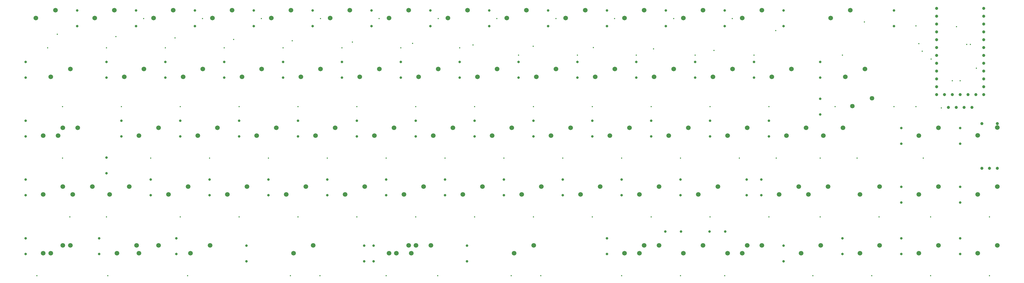
<source format=gbr>
%TF.GenerationSoftware,KiCad,Pcbnew,(6.0.1)*%
%TF.CreationDate,2022-05-17T02:52:09-04:00*%
%TF.ProjectId,GanJing 65 rev 2 solder,47616e4a-696e-4672-9036-352072657620,2*%
%TF.SameCoordinates,Original*%
%TF.FileFunction,Plated,1,2,PTH,Drill*%
%TF.FilePolarity,Positive*%
%FSLAX46Y46*%
G04 Gerber Fmt 4.6, Leading zero omitted, Abs format (unit mm)*
G04 Created by KiCad (PCBNEW (6.0.1)) date 2022-05-17 02:52:09*
%MOMM*%
%LPD*%
G01*
G04 APERTURE LIST*
%TA.AperFunction,ViaDrill*%
%ADD10C,0.400000*%
%TD*%
%TA.AperFunction,ComponentDrill*%
%ADD11C,0.800000*%
%TD*%
%TA.AperFunction,ComponentDrill*%
%ADD12C,1.000000*%
%TD*%
%TA.AperFunction,ComponentDrill*%
%ADD13C,1.470000*%
%TD*%
%TA.AperFunction,ComponentDrill*%
%ADD14C,1.500000*%
%TD*%
G04 APERTURE END LIST*
D10*
X56000000Y-185737500D03*
X59531250Y-111918750D03*
X62606250Y-107510700D03*
X64293750Y-130968750D03*
X64293750Y-147637500D03*
X66675000Y-166687500D03*
X78581250Y-111918750D03*
X78581250Y-166687500D03*
X79000000Y-185737500D03*
X81606250Y-108300000D03*
X83343750Y-130968750D03*
X90606250Y-102400000D03*
X92868750Y-147637500D03*
X97631250Y-111918750D03*
X100706250Y-108700000D03*
X102393750Y-130968750D03*
X102393750Y-166687500D03*
X104775000Y-185737500D03*
X109606250Y-102400000D03*
X111918750Y-147637500D03*
X116681250Y-111918750D03*
X119706250Y-109200000D03*
X121443750Y-130968750D03*
X121443750Y-166687500D03*
X128706250Y-102400000D03*
X130968750Y-147637500D03*
X135731250Y-111918750D03*
X138112500Y-185737500D03*
X138706250Y-109600000D03*
X140493750Y-130968750D03*
X140493750Y-166687500D03*
X147637500Y-185737500D03*
X147806250Y-102400000D03*
X150018750Y-147637500D03*
X154781250Y-111918750D03*
X158153750Y-110052500D03*
X159543750Y-130968750D03*
X159543750Y-166687500D03*
X166806250Y-102400000D03*
X169068750Y-147637500D03*
X169068750Y-185737500D03*
X173831250Y-111918750D03*
X177628750Y-110477500D03*
X178593750Y-130968750D03*
X178593750Y-166687500D03*
X185737500Y-185737500D03*
X185906250Y-102400000D03*
X188118750Y-147637500D03*
X192881250Y-111918750D03*
X197153750Y-110952500D03*
X197643750Y-130968750D03*
X197643750Y-166687500D03*
X204906250Y-102400000D03*
X207168750Y-147637500D03*
X209550000Y-185737500D03*
X211931250Y-114300000D03*
X216628750Y-111377500D03*
X216693750Y-130968750D03*
X216693750Y-166687500D03*
X219075000Y-185737500D03*
X224006250Y-102400000D03*
X226218750Y-147637500D03*
X230981250Y-114300000D03*
X235743750Y-130968750D03*
X235743750Y-166687500D03*
X236153750Y-111852500D03*
X243006250Y-102400000D03*
X245268750Y-147637500D03*
X245268750Y-185737500D03*
X250031250Y-114300000D03*
X254793750Y-130968750D03*
X254793750Y-166687500D03*
X255628750Y-112277500D03*
X262106250Y-102400000D03*
X264318750Y-147637500D03*
X264318750Y-185737500D03*
X269081250Y-114300000D03*
X273843750Y-130968750D03*
X273843750Y-166687500D03*
X275153750Y-112752500D03*
X278606250Y-185737500D03*
X281106250Y-102400000D03*
X283368750Y-147637500D03*
X288131250Y-114300000D03*
X292893750Y-130968750D03*
X292893750Y-166687500D03*
X295106250Y-106300000D03*
X295275000Y-147637500D03*
X307181250Y-185737500D03*
X309562500Y-147637500D03*
X309562500Y-166687500D03*
X314325000Y-130968750D03*
X316706250Y-114300000D03*
X321468750Y-147637500D03*
X323806250Y-103500000D03*
X326231250Y-185737500D03*
X328612500Y-166687500D03*
X333375000Y-130968750D03*
X340518750Y-104775000D03*
X340518750Y-130968750D03*
X341406250Y-110600000D03*
X342506250Y-113000000D03*
X342900000Y-147637500D03*
X345281250Y-166687500D03*
X345281250Y-185737500D03*
X345406250Y-115600000D03*
X348706250Y-131400000D03*
X352306250Y-122600000D03*
X353606250Y-105100000D03*
X354806250Y-122600000D03*
X356906250Y-110800000D03*
X358106250Y-110800000D03*
X360106250Y-118500000D03*
X364331250Y-166687500D03*
X364331250Y-185737500D03*
D11*
%TO.C,D16*%
X52387500Y-116522500D03*
X52387500Y-121602500D03*
%TO.C,D31*%
X52387500Y-135572500D03*
X52387500Y-140652500D03*
%TO.C,D46*%
X52387500Y-154622500D03*
X52387500Y-159702500D03*
%TO.C,D61*%
X52387500Y-173672500D03*
X52387500Y-178752500D03*
%TO.C,D1*%
X69056250Y-99853750D03*
X69056250Y-104933750D03*
%TO.C,D62*%
X76200000Y-173672500D03*
X76200000Y-178752500D03*
%TO.C,D17*%
X78581250Y-116522500D03*
X78581250Y-121602500D03*
%TO.C,D47*%
X78581250Y-147478750D03*
X78581250Y-152558750D03*
%TO.C,D32*%
X83343750Y-135572500D03*
X83343750Y-140652500D03*
%TO.C,D2*%
X88106250Y-99853750D03*
X88106250Y-104933750D03*
%TO.C,D48*%
X92868750Y-154622500D03*
X92868750Y-159702500D03*
%TO.C,D18*%
X97631250Y-116522500D03*
X97631250Y-121602500D03*
%TO.C,D63*%
X101200000Y-173672500D03*
X101200000Y-178752500D03*
%TO.C,D33*%
X102393750Y-135572500D03*
X102393750Y-140652500D03*
%TO.C,D3*%
X107156250Y-99853750D03*
X107156250Y-104933750D03*
%TO.C,D49*%
X111918750Y-154622500D03*
X111918750Y-159702500D03*
%TO.C,D19*%
X116681250Y-116522500D03*
X116681250Y-121602500D03*
%TO.C,D34*%
X121443750Y-135572500D03*
X121443750Y-140652500D03*
%TO.C,D64*%
X123825000Y-176053750D03*
X123825000Y-181133750D03*
%TO.C,D4*%
X126206250Y-99853750D03*
X126206250Y-104933750D03*
%TO.C,D50*%
X130968750Y-154622500D03*
X130968750Y-159702500D03*
%TO.C,D20*%
X135731250Y-116522500D03*
X135731250Y-121602500D03*
%TO.C,D35*%
X140493750Y-135572500D03*
X140493750Y-140652500D03*
%TO.C,D5*%
X145256250Y-99853750D03*
X145256250Y-104933750D03*
%TO.C,D51*%
X150018750Y-154622500D03*
X150018750Y-159702500D03*
%TO.C,D21*%
X154781250Y-116522500D03*
X154781250Y-121602500D03*
%TO.C,D36*%
X159543750Y-135572500D03*
X159543750Y-140652500D03*
%TO.C,D65*%
X161925000Y-176053750D03*
X161925000Y-181133750D03*
%TO.C,D6*%
X164306250Y-99853750D03*
X164306250Y-104933750D03*
%TO.C,D66*%
X165000000Y-176053750D03*
X165000000Y-181133750D03*
%TO.C,D52*%
X169068750Y-154622500D03*
X169068750Y-159702500D03*
%TO.C,D22*%
X173831250Y-116522500D03*
X173831250Y-121602500D03*
%TO.C,D37*%
X178593750Y-135572500D03*
X178593750Y-140652500D03*
%TO.C,D7*%
X183356250Y-99853750D03*
X183356250Y-104933750D03*
%TO.C,D53*%
X188118750Y-154622500D03*
X188118750Y-159702500D03*
%TO.C,D23*%
X192881250Y-116522500D03*
X192881250Y-121602500D03*
%TO.C,D67*%
X195262500Y-176053750D03*
X195262500Y-181133750D03*
%TO.C,D38*%
X197643750Y-135572500D03*
X197643750Y-140652500D03*
%TO.C,D8*%
X202406250Y-99853750D03*
X202406250Y-104933750D03*
%TO.C,D54*%
X207168750Y-154622500D03*
X207168750Y-159702500D03*
%TO.C,D24*%
X211931250Y-116522500D03*
X211931250Y-121602500D03*
%TO.C,D39*%
X216693750Y-135572500D03*
X216693750Y-140652500D03*
%TO.C,D9*%
X221456250Y-99853750D03*
X221456250Y-104933750D03*
%TO.C,D55*%
X226218750Y-154622500D03*
X226218750Y-159702500D03*
%TO.C,D25*%
X230981250Y-116522500D03*
X230981250Y-121602500D03*
%TO.C,D40*%
X235743750Y-135572500D03*
X235743750Y-140652500D03*
%TO.C,D10*%
X240506250Y-99853750D03*
X240506250Y-104933750D03*
%TO.C,D68*%
X240506250Y-173672500D03*
X240506250Y-178752500D03*
%TO.C,D56*%
X245268750Y-154622500D03*
X245268750Y-159702500D03*
%TO.C,D26*%
X250031250Y-116522500D03*
X250031250Y-121602500D03*
%TO.C,D41*%
X254793750Y-135572500D03*
X254793750Y-140652500D03*
%TO.C,D69*%
X259397500Y-171450000D03*
%TO.C,D11*%
X259556250Y-99853750D03*
X259556250Y-104933750D03*
%TO.C,D57*%
X264318750Y-154622500D03*
X264318750Y-159702500D03*
%TO.C,D69*%
X264477500Y-171450000D03*
%TO.C,D27*%
X269081250Y-116522500D03*
X269081250Y-121602500D03*
%TO.C,D70*%
X273685000Y-171450000D03*
%TO.C,D42*%
X273843750Y-135572500D03*
X273843750Y-140652500D03*
%TO.C,D12*%
X278606250Y-99853750D03*
X278606250Y-104933750D03*
%TO.C,D70*%
X278765000Y-171450000D03*
%TO.C,D59*%
X285750000Y-154622500D03*
X285750000Y-159702500D03*
%TO.C,D28*%
X288131250Y-116522500D03*
X288131250Y-121602500D03*
%TO.C,D58*%
X290512500Y-154622500D03*
X290512500Y-159702500D03*
%TO.C,D43*%
X292893750Y-135572500D03*
X292893750Y-140652500D03*
%TO.C,D13*%
X297656250Y-99853750D03*
X297656250Y-104933750D03*
%TO.C,D71*%
X297656250Y-176053750D03*
X297656250Y-181133750D03*
%TO.C,D29*%
X309562500Y-116522500D03*
X309562500Y-121602500D03*
%TO.C,D44*%
X309562500Y-128428750D03*
X309562500Y-133508750D03*
%TO.C,D72*%
X316706250Y-173672500D03*
X316706250Y-178752500D03*
%TO.C,D14*%
X333375000Y-99853750D03*
X333375000Y-104933750D03*
%TO.C,D30*%
X335756250Y-137953750D03*
X335756250Y-143033750D03*
%TO.C,D45*%
X335756250Y-157003750D03*
X335756250Y-162083750D03*
%TO.C,D73*%
X335756250Y-173672500D03*
X335756250Y-178752500D03*
%TO.C,D15*%
X354806250Y-137953750D03*
X354806250Y-143033750D03*
%TO.C,D60*%
X354806250Y-157003750D03*
X354806250Y-162083750D03*
%TO.C,D74*%
X354806250Y-173672500D03*
X354806250Y-178752500D03*
D12*
%TO.C,U1*%
X347186250Y-99130000D03*
X347186250Y-101670000D03*
X347186250Y-104210000D03*
X347186250Y-106750000D03*
X347186250Y-109290000D03*
X347186250Y-111830000D03*
X347186250Y-114370000D03*
X347186250Y-116910000D03*
X347186250Y-119450000D03*
X347186250Y-121990000D03*
X347186250Y-124530000D03*
X347186250Y-127070000D03*
X349726250Y-127070000D03*
%TO.C,DS1*%
X350996250Y-131250000D03*
%TO.C,U1*%
X352266250Y-127070000D03*
%TO.C,DS1*%
X353536250Y-131250000D03*
%TO.C,U1*%
X354806250Y-127070000D03*
%TO.C,DS1*%
X356076250Y-131250000D03*
%TO.C,U1*%
X357346250Y-127070000D03*
%TO.C,DS1*%
X358616250Y-131250000D03*
%TO.C,U1*%
X359886250Y-127070000D03*
%TO.C,SW1*%
X361831250Y-136475000D03*
X361831250Y-150975000D03*
%TO.C,U1*%
X362426250Y-99130000D03*
X362426250Y-101670000D03*
X362426250Y-104210000D03*
X362426250Y-106750000D03*
X362426250Y-109290000D03*
X362426250Y-111830000D03*
X362426250Y-114370000D03*
X362426250Y-116910000D03*
X362426250Y-119450000D03*
X362426250Y-121990000D03*
X362426250Y-124530000D03*
X362426250Y-127070000D03*
%TO.C,SW1*%
X364331250Y-150975000D03*
X366831250Y-136475000D03*
X366831250Y-150975000D03*
D13*
%TO.C,MX76*%
X319915000Y-130810000D03*
X326265000Y-128270000D03*
D14*
%TO.C,MX1*%
X55721250Y-102235000D03*
%TO.C,MX75*%
X58102500Y-140335000D03*
%TO.C,MX77*%
X58102500Y-159385000D03*
%TO.C,MX61*%
X58102500Y-178435000D03*
%TO.C,MX16*%
X60483750Y-121285000D03*
%TO.C,MX79*%
X60483750Y-178435000D03*
%TO.C,MX1*%
X62071250Y-99695000D03*
%TO.C,MX31*%
X62865000Y-140335000D03*
%TO.C,MX75*%
X64452500Y-137795000D03*
%TO.C,MX77*%
X64452500Y-156845000D03*
%TO.C,MX61*%
X64452500Y-175895000D03*
%TO.C,MX16*%
X66833750Y-118745000D03*
%TO.C,MX79*%
X66833750Y-175895000D03*
%TO.C,MX46*%
X67627500Y-159385000D03*
%TO.C,MX31*%
X69215000Y-137795000D03*
%TO.C,MX46*%
X73977500Y-156845000D03*
%TO.C,MX2*%
X74771250Y-102235000D03*
%TO.C,MX47*%
X79533750Y-159385000D03*
%TO.C,MX2*%
X81121250Y-99695000D03*
%TO.C,MX62*%
X81915000Y-178435000D03*
%TO.C,MX17*%
X84296250Y-121285000D03*
%TO.C,MX47*%
X85883750Y-156845000D03*
%TO.C,MX62*%
X88265000Y-175895000D03*
%TO.C,MX32*%
X89058750Y-140335000D03*
%TO.C,MX80*%
X89058750Y-178435000D03*
%TO.C,MX17*%
X90646250Y-118745000D03*
%TO.C,MX3*%
X93821250Y-102235000D03*
%TO.C,MX32*%
X95408750Y-137795000D03*
%TO.C,MX80*%
X95408750Y-175895000D03*
%TO.C,MX48*%
X98583750Y-159385000D03*
%TO.C,MX3*%
X100171250Y-99695000D03*
%TO.C,MX18*%
X103346250Y-121285000D03*
%TO.C,MX48*%
X104933750Y-156845000D03*
%TO.C,MX63*%
X105727500Y-178435000D03*
%TO.C,MX33*%
X108108750Y-140335000D03*
%TO.C,MX18*%
X109696250Y-118745000D03*
%TO.C,MX63*%
X112077500Y-175895000D03*
%TO.C,MX4*%
X112871250Y-102235000D03*
%TO.C,MX33*%
X114458750Y-137795000D03*
%TO.C,MX49*%
X117633750Y-159385000D03*
%TO.C,MX4*%
X119221250Y-99695000D03*
%TO.C,MX19*%
X122396250Y-121285000D03*
%TO.C,MX49*%
X123983750Y-156845000D03*
%TO.C,MX34*%
X127158750Y-140335000D03*
%TO.C,MX19*%
X128746250Y-118745000D03*
%TO.C,MX5*%
X131921250Y-102235000D03*
%TO.C,MX34*%
X133508750Y-137795000D03*
%TO.C,MX50*%
X136683750Y-159385000D03*
%TO.C,MX5*%
X138271250Y-99695000D03*
%TO.C,MX64*%
X139065000Y-178435000D03*
%TO.C,MX20*%
X141446250Y-121285000D03*
%TO.C,MX50*%
X143033750Y-156845000D03*
%TO.C,MX64*%
X145415000Y-175895000D03*
%TO.C,MX35*%
X146208750Y-140335000D03*
%TO.C,MX20*%
X147796250Y-118745000D03*
%TO.C,MX6*%
X150971250Y-102235000D03*
%TO.C,MX35*%
X152558750Y-137795000D03*
%TO.C,MX51*%
X155733750Y-159385000D03*
%TO.C,MX6*%
X157321250Y-99695000D03*
%TO.C,MX21*%
X160496250Y-121285000D03*
%TO.C,MX51*%
X162083750Y-156845000D03*
%TO.C,MX36*%
X165258750Y-140335000D03*
%TO.C,MX21*%
X166846250Y-118745000D03*
%TO.C,MX7*%
X170021250Y-102235000D03*
%TO.C,MX81*%
X170021250Y-178435000D03*
%TO.C,MX36*%
X171608750Y-137795000D03*
%TO.C,MX65*%
X172402500Y-178435000D03*
%TO.C,MX52*%
X174783750Y-159385000D03*
%TO.C,MX7*%
X176371250Y-99695000D03*
%TO.C,MX81*%
X176371250Y-175895000D03*
%TO.C,MX66*%
X177165000Y-178435000D03*
%TO.C,MX65*%
X178752500Y-175895000D03*
%TO.C,MX22*%
X179546250Y-121285000D03*
%TO.C,MX52*%
X181133750Y-156845000D03*
%TO.C,MX66*%
X183515000Y-175895000D03*
%TO.C,MX37*%
X184308750Y-140335000D03*
%TO.C,MX22*%
X185896250Y-118745000D03*
%TO.C,MX8*%
X189071250Y-102235000D03*
%TO.C,MX37*%
X190658750Y-137795000D03*
%TO.C,MX53*%
X193833750Y-159385000D03*
%TO.C,MX8*%
X195421250Y-99695000D03*
%TO.C,MX23*%
X198596250Y-121285000D03*
%TO.C,MX53*%
X200183750Y-156845000D03*
%TO.C,MX38*%
X203358750Y-140335000D03*
%TO.C,MX23*%
X204946250Y-118745000D03*
%TO.C,MX9*%
X208121250Y-102235000D03*
%TO.C,MX38*%
X209708750Y-137795000D03*
%TO.C,MX67*%
X210502500Y-178435000D03*
%TO.C,MX54*%
X212883750Y-159385000D03*
%TO.C,MX9*%
X214471250Y-99695000D03*
%TO.C,MX67*%
X216852500Y-175895000D03*
%TO.C,MX24*%
X217646250Y-121285000D03*
%TO.C,MX54*%
X219233750Y-156845000D03*
%TO.C,MX39*%
X222408750Y-140335000D03*
%TO.C,MX24*%
X223996250Y-118745000D03*
%TO.C,MX10*%
X227171250Y-102235000D03*
%TO.C,MX39*%
X228758750Y-137795000D03*
%TO.C,MX55*%
X231933750Y-159385000D03*
%TO.C,MX10*%
X233521250Y-99695000D03*
%TO.C,MX25*%
X236696250Y-121285000D03*
%TO.C,MX55*%
X238283750Y-156845000D03*
%TO.C,MX40*%
X241458750Y-140335000D03*
%TO.C,MX25*%
X243046250Y-118745000D03*
%TO.C,MX11*%
X246221250Y-102235000D03*
%TO.C,MX68*%
X246221250Y-178435000D03*
%TO.C,MX40*%
X247808750Y-137795000D03*
%TO.C,MX56*%
X250983750Y-159385000D03*
%TO.C,MX82*%
X250983750Y-178435000D03*
%TO.C,MX11*%
X252571250Y-99695000D03*
%TO.C,MX68*%
X252571250Y-175895000D03*
%TO.C,MX26*%
X255746250Y-121285000D03*
%TO.C,MX56*%
X257333750Y-156845000D03*
%TO.C,MX82*%
X257333750Y-175895000D03*
%TO.C,MX41*%
X260508750Y-140335000D03*
%TO.C,MX26*%
X262096250Y-118745000D03*
%TO.C,MX12*%
X265271250Y-102235000D03*
%TO.C,MX69*%
X265271250Y-178435000D03*
%TO.C,MX41*%
X266858750Y-137795000D03*
%TO.C,MX57*%
X270033750Y-159385000D03*
%TO.C,MX12*%
X271621250Y-99695000D03*
%TO.C,MX69*%
X271621250Y-175895000D03*
%TO.C,MX27*%
X274796250Y-121285000D03*
%TO.C,MX57*%
X276383750Y-156845000D03*
%TO.C,MX42*%
X279558750Y-140335000D03*
%TO.C,MX83*%
X279558750Y-178435000D03*
%TO.C,MX27*%
X281146250Y-118745000D03*
%TO.C,MX13*%
X284321250Y-102235000D03*
%TO.C,MX70*%
X284321250Y-178435000D03*
%TO.C,MX42*%
X285908750Y-137795000D03*
%TO.C,MX83*%
X285908750Y-175895000D03*
%TO.C,MX13*%
X290671250Y-99695000D03*
%TO.C,MX70*%
X290671250Y-175895000D03*
%TO.C,MX28*%
X293846250Y-121285000D03*
%TO.C,MX78*%
X296227500Y-159385000D03*
%TO.C,MX43*%
X298608750Y-140335000D03*
%TO.C,MX28*%
X300196250Y-118745000D03*
%TO.C,MX78*%
X302577500Y-156845000D03*
%TO.C,MX71*%
X303371250Y-178435000D03*
%TO.C,MX43*%
X304958750Y-137795000D03*
%TO.C,MX58*%
X305752500Y-159385000D03*
%TO.C,MX71*%
X309721250Y-175895000D03*
%TO.C,MX44*%
X310515000Y-140335000D03*
%TO.C,MX58*%
X312102500Y-156845000D03*
%TO.C,MX14*%
X312896250Y-102235000D03*
%TO.C,MX44*%
X316865000Y-137795000D03*
%TO.C,MX29*%
X317658750Y-121285000D03*
%TO.C,MX14*%
X319246250Y-99695000D03*
%TO.C,MX59*%
X322421250Y-159385000D03*
%TO.C,MX72*%
X322421250Y-178435000D03*
%TO.C,MX29*%
X324008750Y-118745000D03*
%TO.C,MX59*%
X328771250Y-156845000D03*
%TO.C,MX72*%
X328771250Y-175895000D03*
%TO.C,MX30*%
X341471250Y-140335000D03*
%TO.C,MX45*%
X341471250Y-159385000D03*
%TO.C,MX73*%
X341471250Y-178435000D03*
%TO.C,MX30*%
X347821250Y-137795000D03*
%TO.C,MX45*%
X347821250Y-156845000D03*
%TO.C,MX73*%
X347821250Y-175895000D03*
%TO.C,MX15*%
X360510000Y-140320000D03*
%TO.C,MX60*%
X360521250Y-159385000D03*
%TO.C,MX74*%
X360521250Y-178435000D03*
%TO.C,MX15*%
X366860000Y-137780000D03*
%TO.C,MX60*%
X366871250Y-156845000D03*
%TO.C,MX74*%
X366871250Y-175895000D03*
M02*

</source>
